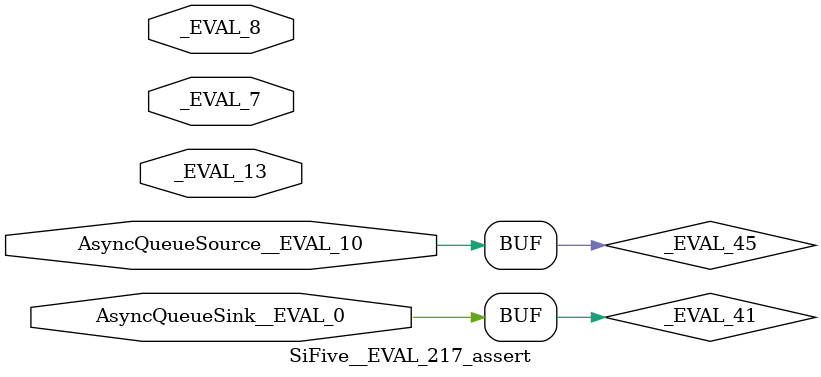
<source format=sv>
module SiFive__EVAL_217_assert(
  input   _EVAL_7,
  input   _EVAL_8,
  input   _EVAL_13,
  input   AsyncQueueSink__EVAL_0,
  input   AsyncQueueSource__EVAL_10
);
  wire  _EVAL_41;
  wire  _EVAL_38;
  wire  _EVAL_34;
  wire  _EVAL_40;
  wire  _EVAL_45;
  wire  _EVAL_37;
  wire  _EVAL_36;
  wire  _EVAL_42;
  wire  _EVAL_47;
  wire  _EVAL_44;
  wire  _EVAL_43;
  wire  _EVAL_35;
  wire  _EVAL_46;
  wire  _EVAL_39;
  assign _EVAL_41 = AsyncQueueSink__EVAL_0;
  assign _EVAL_38 = _EVAL_41 & _EVAL_8;
  assign _EVAL_34 = _EVAL_41 == 1'h0;
  assign _EVAL_40 = _EVAL_34 & _EVAL_8;
  assign _EVAL_45 = AsyncQueueSource__EVAL_10;
  assign _EVAL_37 = _EVAL_45 == 1'h0;
  assign _EVAL_36 = _EVAL_13 & _EVAL_37;
  assign _EVAL_42 = _EVAL_13 == 1'h0;
  assign _EVAL_47 = _EVAL_42 & _EVAL_37;
  assign _EVAL_44 = _EVAL_8 == 1'h0;
  assign _EVAL_43 = _EVAL_13 & _EVAL_45;
  assign _EVAL_35 = _EVAL_42 & _EVAL_45;
  assign _EVAL_46 = _EVAL_34 & _EVAL_44;
  assign _EVAL_39 = _EVAL_41 & _EVAL_44;
  always @(posedge _EVAL_7) begin
    `ifndef SYNTHESIS
    `ifdef PRINTF_COND
      if (`PRINTF_COND) begin
    `endif
        if (_EVAL_36) begin
          $fwrite(32'h80000002,"Obfuscated Simulation Output(c1b5d73d)\n");
        end
    `ifdef PRINTF_COND
      end
    `endif
    `endif // SYNTHESIS
    `ifndef SYNTHESIS
    `ifdef PRINTF_COND
      if (`PRINTF_COND) begin
    `endif
        if (_EVAL_39) begin
          $fwrite(32'h80000002,"Obfuscated Simulation Output(c10763ae)\n");
        end
    `ifdef PRINTF_COND
      end
    `endif
    `endif // SYNTHESIS
    `ifndef SYNTHESIS
    `ifdef PRINTF_COND
      if (`PRINTF_COND) begin
    `endif
        if (_EVAL_38) begin
          $fwrite(32'h80000002,"Obfuscated Simulation Output(9df5ae29)\n");
        end
    `ifdef PRINTF_COND
      end
    `endif
    `endif // SYNTHESIS
    `ifndef SYNTHESIS
    `ifdef PRINTF_COND
      if (`PRINTF_COND) begin
    `endif
        if (_EVAL_40) begin
          $fwrite(32'h80000002,"Obfuscated Simulation Output(3ad1962e)\n");
        end
    `ifdef PRINTF_COND
      end
    `endif
    `endif // SYNTHESIS
    `ifndef SYNTHESIS
    `ifdef PRINTF_COND
      if (`PRINTF_COND) begin
    `endif
        if (_EVAL_46) begin
          $fwrite(32'h80000002,"Obfuscated Simulation Output(7bbd6c5c)\n");
        end
    `ifdef PRINTF_COND
      end
    `endif
    `endif // SYNTHESIS
    `ifndef SYNTHESIS
    `ifdef PRINTF_COND
      if (`PRINTF_COND) begin
    `endif
        if (_EVAL_35) begin
          $fwrite(32'h80000002,"Obfuscated Simulation Output(c2d3437a)\n");
        end
    `ifdef PRINTF_COND
      end
    `endif
    `endif // SYNTHESIS
    `ifndef SYNTHESIS
    `ifdef PRINTF_COND
      if (`PRINTF_COND) begin
    `endif
        if (_EVAL_43) begin
          $fwrite(32'h80000002,"Obfuscated Simulation Output(da55e811)\n");
        end
    `ifdef PRINTF_COND
      end
    `endif
    `endif // SYNTHESIS
    `ifndef SYNTHESIS
    `ifdef PRINTF_COND
      if (`PRINTF_COND) begin
    `endif
        if (_EVAL_47) begin
          $fwrite(32'h80000002,"Obfuscated Simulation Output(6d5ff38c)\n");
        end
    `ifdef PRINTF_COND
      end
    `endif
    `endif // SYNTHESIS
  end

endmodule

</source>
